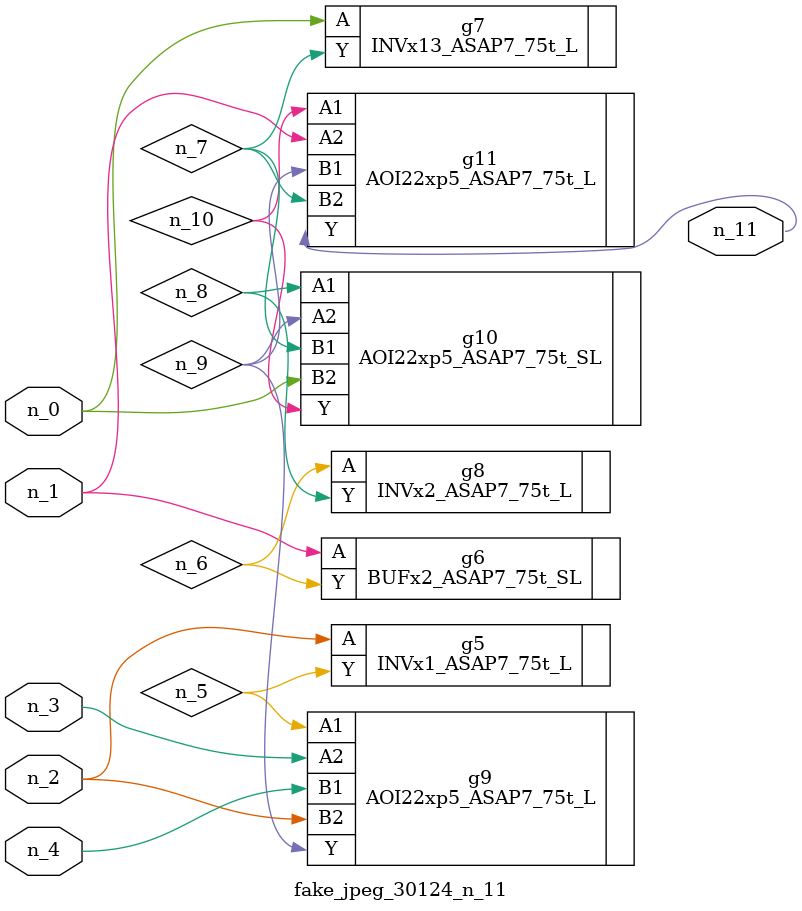
<source format=v>
module fake_jpeg_30124_n_11 (n_3, n_2, n_1, n_0, n_4, n_11);

input n_3;
input n_2;
input n_1;
input n_0;
input n_4;

output n_11;

wire n_10;
wire n_8;
wire n_9;
wire n_6;
wire n_5;
wire n_7;

INVx1_ASAP7_75t_L g5 ( 
.A(n_2),
.Y(n_5)
);

BUFx2_ASAP7_75t_SL g6 ( 
.A(n_1),
.Y(n_6)
);

INVx13_ASAP7_75t_L g7 ( 
.A(n_0),
.Y(n_7)
);

INVx2_ASAP7_75t_L g8 ( 
.A(n_6),
.Y(n_8)
);

AOI22xp5_ASAP7_75t_SL g10 ( 
.A1(n_8),
.A2(n_9),
.B1(n_7),
.B2(n_0),
.Y(n_10)
);

AOI22xp5_ASAP7_75t_L g9 ( 
.A1(n_5),
.A2(n_3),
.B1(n_4),
.B2(n_2),
.Y(n_9)
);

AOI22xp5_ASAP7_75t_L g11 ( 
.A1(n_10),
.A2(n_1),
.B1(n_9),
.B2(n_7),
.Y(n_11)
);


endmodule
</source>
